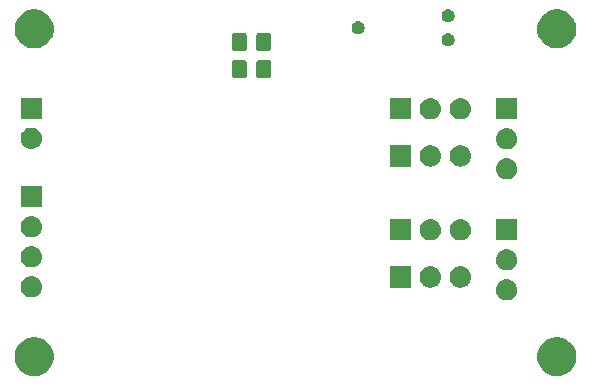
<source format=gbs>
G04 #@! TF.GenerationSoftware,KiCad,Pcbnew,5.0.1+dfsg1-3*
G04 #@! TF.CreationDate,2019-03-17T20:51:20-04:00*
G04 #@! TF.ProjectId,controller,636F6E74726F6C6C65722E6B69636164,rev?*
G04 #@! TF.SameCoordinates,Original*
G04 #@! TF.FileFunction,Soldermask,Bot*
G04 #@! TF.FilePolarity,Negative*
%FSLAX46Y46*%
G04 Gerber Fmt 4.6, Leading zero omitted, Abs format (unit mm)*
G04 Created by KiCad (PCBNEW 5.0.1+dfsg1-3) date Sun 17 Mar 2019 08:51:20 PM EDT*
%MOMM*%
%LPD*%
G01*
G04 APERTURE LIST*
%ADD10C,0.100000*%
G04 APERTURE END LIST*
D10*
G36*
X133125256Y-120641298D02*
X133231579Y-120662447D01*
X133532042Y-120786903D01*
X133798852Y-120965180D01*
X133802454Y-120967587D01*
X134032413Y-121197546D01*
X134213098Y-121467960D01*
X134337553Y-121768422D01*
X134401000Y-122087389D01*
X134401000Y-122412611D01*
X134337553Y-122731578D01*
X134213098Y-123032040D01*
X134032413Y-123302454D01*
X133802454Y-123532413D01*
X133802451Y-123532415D01*
X133532042Y-123713097D01*
X133231579Y-123837553D01*
X133125256Y-123858702D01*
X132912611Y-123901000D01*
X132587389Y-123901000D01*
X132374744Y-123858702D01*
X132268421Y-123837553D01*
X131967958Y-123713097D01*
X131697549Y-123532415D01*
X131697546Y-123532413D01*
X131467587Y-123302454D01*
X131286902Y-123032040D01*
X131162447Y-122731578D01*
X131099000Y-122412611D01*
X131099000Y-122087389D01*
X131162447Y-121768422D01*
X131286902Y-121467960D01*
X131467587Y-121197546D01*
X131697546Y-120967587D01*
X131701148Y-120965180D01*
X131967958Y-120786903D01*
X132268421Y-120662447D01*
X132374744Y-120641298D01*
X132587389Y-120599000D01*
X132912611Y-120599000D01*
X133125256Y-120641298D01*
X133125256Y-120641298D01*
G37*
G36*
X88875256Y-120641298D02*
X88981579Y-120662447D01*
X89282042Y-120786903D01*
X89548852Y-120965180D01*
X89552454Y-120967587D01*
X89782413Y-121197546D01*
X89963098Y-121467960D01*
X90087553Y-121768422D01*
X90151000Y-122087389D01*
X90151000Y-122412611D01*
X90087553Y-122731578D01*
X89963098Y-123032040D01*
X89782413Y-123302454D01*
X89552454Y-123532413D01*
X89552451Y-123532415D01*
X89282042Y-123713097D01*
X88981579Y-123837553D01*
X88875256Y-123858702D01*
X88662611Y-123901000D01*
X88337389Y-123901000D01*
X88124744Y-123858702D01*
X88018421Y-123837553D01*
X87717958Y-123713097D01*
X87447549Y-123532415D01*
X87447546Y-123532413D01*
X87217587Y-123302454D01*
X87036902Y-123032040D01*
X86912447Y-122731578D01*
X86849000Y-122412611D01*
X86849000Y-122087389D01*
X86912447Y-121768422D01*
X87036902Y-121467960D01*
X87217587Y-121197546D01*
X87447546Y-120967587D01*
X87451148Y-120965180D01*
X87717958Y-120786903D01*
X88018421Y-120662447D01*
X88124744Y-120641298D01*
X88337389Y-120599000D01*
X88662611Y-120599000D01*
X88875256Y-120641298D01*
X88875256Y-120641298D01*
G37*
G36*
X128610443Y-115685519D02*
X128676627Y-115692037D01*
X128789853Y-115726384D01*
X128846467Y-115743557D01*
X128985087Y-115817652D01*
X129002991Y-115827222D01*
X129026441Y-115846467D01*
X129140186Y-115939814D01*
X129192033Y-116002991D01*
X129252778Y-116077009D01*
X129252779Y-116077011D01*
X129336443Y-116233533D01*
X129336443Y-116233534D01*
X129387963Y-116403373D01*
X129405359Y-116580000D01*
X129387963Y-116756627D01*
X129364799Y-116832989D01*
X129336443Y-116926467D01*
X129313075Y-116970185D01*
X129252778Y-117082991D01*
X129223448Y-117118729D01*
X129140186Y-117220186D01*
X129038729Y-117303448D01*
X129002991Y-117332778D01*
X129002989Y-117332779D01*
X128846467Y-117416443D01*
X128789853Y-117433616D01*
X128676627Y-117467963D01*
X128610442Y-117474482D01*
X128544260Y-117481000D01*
X128455740Y-117481000D01*
X128389558Y-117474482D01*
X128323373Y-117467963D01*
X128210147Y-117433616D01*
X128153533Y-117416443D01*
X127997011Y-117332779D01*
X127997009Y-117332778D01*
X127961271Y-117303448D01*
X127859814Y-117220186D01*
X127776552Y-117118729D01*
X127747222Y-117082991D01*
X127686925Y-116970185D01*
X127663557Y-116926467D01*
X127635201Y-116832989D01*
X127612037Y-116756627D01*
X127594641Y-116580000D01*
X127612037Y-116403373D01*
X127663557Y-116233534D01*
X127663557Y-116233533D01*
X127747221Y-116077011D01*
X127747222Y-116077009D01*
X127807967Y-116002991D01*
X127859814Y-115939814D01*
X127973559Y-115846467D01*
X127997009Y-115827222D01*
X128014913Y-115817652D01*
X128153533Y-115743557D01*
X128210147Y-115726384D01*
X128323373Y-115692037D01*
X128389557Y-115685519D01*
X128455740Y-115679000D01*
X128544260Y-115679000D01*
X128610443Y-115685519D01*
X128610443Y-115685519D01*
G37*
G36*
X88360442Y-115435518D02*
X88426627Y-115442037D01*
X88539853Y-115476384D01*
X88596467Y-115493557D01*
X88735087Y-115567652D01*
X88752991Y-115577222D01*
X88788729Y-115606552D01*
X88890186Y-115689814D01*
X88973448Y-115791271D01*
X89002778Y-115827009D01*
X89002779Y-115827011D01*
X89086443Y-115983533D01*
X89086443Y-115983534D01*
X89137963Y-116153373D01*
X89155359Y-116330000D01*
X89137963Y-116506627D01*
X89103616Y-116619853D01*
X89086443Y-116676467D01*
X89043597Y-116756625D01*
X89002778Y-116832991D01*
X88973448Y-116868729D01*
X88890186Y-116970186D01*
X88788729Y-117053448D01*
X88752991Y-117082778D01*
X88735087Y-117092348D01*
X88596467Y-117166443D01*
X88539853Y-117183616D01*
X88426627Y-117217963D01*
X88360443Y-117224481D01*
X88294260Y-117231000D01*
X88205740Y-117231000D01*
X88139557Y-117224481D01*
X88073373Y-117217963D01*
X87960147Y-117183616D01*
X87903533Y-117166443D01*
X87764913Y-117092348D01*
X87747009Y-117082778D01*
X87711271Y-117053448D01*
X87609814Y-116970186D01*
X87526552Y-116868729D01*
X87497222Y-116832991D01*
X87456403Y-116756625D01*
X87413557Y-116676467D01*
X87396384Y-116619853D01*
X87362037Y-116506627D01*
X87344641Y-116330000D01*
X87362037Y-116153373D01*
X87413557Y-115983534D01*
X87413557Y-115983533D01*
X87497221Y-115827011D01*
X87497222Y-115827009D01*
X87526552Y-115791271D01*
X87609814Y-115689814D01*
X87711271Y-115606552D01*
X87747009Y-115577222D01*
X87764913Y-115567652D01*
X87903533Y-115493557D01*
X87960147Y-115476384D01*
X88073373Y-115442037D01*
X88139558Y-115435518D01*
X88205740Y-115429000D01*
X88294260Y-115429000D01*
X88360442Y-115435518D01*
X88360442Y-115435518D01*
G37*
G36*
X120401000Y-116401000D02*
X118599000Y-116401000D01*
X118599000Y-114599000D01*
X120401000Y-114599000D01*
X120401000Y-116401000D01*
X120401000Y-116401000D01*
G37*
G36*
X124690443Y-114605519D02*
X124756627Y-114612037D01*
X124869853Y-114646384D01*
X124926467Y-114663557D01*
X124977808Y-114691000D01*
X125082991Y-114747222D01*
X125118729Y-114776552D01*
X125220186Y-114859814D01*
X125303448Y-114961271D01*
X125332778Y-114997009D01*
X125332779Y-114997011D01*
X125416443Y-115153533D01*
X125416443Y-115153534D01*
X125467963Y-115323373D01*
X125485359Y-115500000D01*
X125467963Y-115676627D01*
X125463962Y-115689815D01*
X125416443Y-115846467D01*
X125366547Y-115939814D01*
X125332778Y-116002991D01*
X125303448Y-116038729D01*
X125220186Y-116140186D01*
X125118729Y-116223448D01*
X125082991Y-116252778D01*
X125082989Y-116252779D01*
X124926467Y-116336443D01*
X124869853Y-116353616D01*
X124756627Y-116387963D01*
X124690443Y-116394481D01*
X124624260Y-116401000D01*
X124535740Y-116401000D01*
X124469557Y-116394481D01*
X124403373Y-116387963D01*
X124290147Y-116353616D01*
X124233533Y-116336443D01*
X124077011Y-116252779D01*
X124077009Y-116252778D01*
X124041271Y-116223448D01*
X123939814Y-116140186D01*
X123856552Y-116038729D01*
X123827222Y-116002991D01*
X123793453Y-115939814D01*
X123743557Y-115846467D01*
X123696038Y-115689815D01*
X123692037Y-115676627D01*
X123674641Y-115500000D01*
X123692037Y-115323373D01*
X123743557Y-115153534D01*
X123743557Y-115153533D01*
X123827221Y-114997011D01*
X123827222Y-114997009D01*
X123856552Y-114961271D01*
X123939814Y-114859814D01*
X124041271Y-114776552D01*
X124077009Y-114747222D01*
X124182192Y-114691000D01*
X124233533Y-114663557D01*
X124290147Y-114646384D01*
X124403373Y-114612037D01*
X124469557Y-114605519D01*
X124535740Y-114599000D01*
X124624260Y-114599000D01*
X124690443Y-114605519D01*
X124690443Y-114605519D01*
G37*
G36*
X122150443Y-114605519D02*
X122216627Y-114612037D01*
X122329853Y-114646384D01*
X122386467Y-114663557D01*
X122437808Y-114691000D01*
X122542991Y-114747222D01*
X122578729Y-114776552D01*
X122680186Y-114859814D01*
X122763448Y-114961271D01*
X122792778Y-114997009D01*
X122792779Y-114997011D01*
X122876443Y-115153533D01*
X122876443Y-115153534D01*
X122927963Y-115323373D01*
X122945359Y-115500000D01*
X122927963Y-115676627D01*
X122923962Y-115689815D01*
X122876443Y-115846467D01*
X122826547Y-115939814D01*
X122792778Y-116002991D01*
X122763448Y-116038729D01*
X122680186Y-116140186D01*
X122578729Y-116223448D01*
X122542991Y-116252778D01*
X122542989Y-116252779D01*
X122386467Y-116336443D01*
X122329853Y-116353616D01*
X122216627Y-116387963D01*
X122150443Y-116394481D01*
X122084260Y-116401000D01*
X121995740Y-116401000D01*
X121929557Y-116394481D01*
X121863373Y-116387963D01*
X121750147Y-116353616D01*
X121693533Y-116336443D01*
X121537011Y-116252779D01*
X121537009Y-116252778D01*
X121501271Y-116223448D01*
X121399814Y-116140186D01*
X121316552Y-116038729D01*
X121287222Y-116002991D01*
X121253453Y-115939814D01*
X121203557Y-115846467D01*
X121156038Y-115689815D01*
X121152037Y-115676627D01*
X121134641Y-115500000D01*
X121152037Y-115323373D01*
X121203557Y-115153534D01*
X121203557Y-115153533D01*
X121287221Y-114997011D01*
X121287222Y-114997009D01*
X121316552Y-114961271D01*
X121399814Y-114859814D01*
X121501271Y-114776552D01*
X121537009Y-114747222D01*
X121642192Y-114691000D01*
X121693533Y-114663557D01*
X121750147Y-114646384D01*
X121863373Y-114612037D01*
X121929557Y-114605519D01*
X121995740Y-114599000D01*
X122084260Y-114599000D01*
X122150443Y-114605519D01*
X122150443Y-114605519D01*
G37*
G36*
X128610442Y-113145518D02*
X128676627Y-113152037D01*
X128789853Y-113186384D01*
X128846467Y-113203557D01*
X128985087Y-113277652D01*
X129002991Y-113287222D01*
X129038729Y-113316552D01*
X129140186Y-113399814D01*
X129223448Y-113501271D01*
X129252778Y-113537009D01*
X129252779Y-113537011D01*
X129336443Y-113693533D01*
X129336443Y-113693534D01*
X129387963Y-113863373D01*
X129405359Y-114040000D01*
X129387963Y-114216627D01*
X129364799Y-114292989D01*
X129336443Y-114386467D01*
X129313075Y-114430185D01*
X129252778Y-114542991D01*
X129223448Y-114578729D01*
X129140186Y-114680186D01*
X129058502Y-114747221D01*
X129002991Y-114792778D01*
X129002989Y-114792779D01*
X128846467Y-114876443D01*
X128789853Y-114893616D01*
X128676627Y-114927963D01*
X128610443Y-114934481D01*
X128544260Y-114941000D01*
X128455740Y-114941000D01*
X128389557Y-114934481D01*
X128323373Y-114927963D01*
X128210147Y-114893616D01*
X128153533Y-114876443D01*
X127997011Y-114792779D01*
X127997009Y-114792778D01*
X127941498Y-114747221D01*
X127859814Y-114680186D01*
X127776552Y-114578729D01*
X127747222Y-114542991D01*
X127686925Y-114430185D01*
X127663557Y-114386467D01*
X127635201Y-114292989D01*
X127612037Y-114216627D01*
X127594641Y-114040000D01*
X127612037Y-113863373D01*
X127663557Y-113693534D01*
X127663557Y-113693533D01*
X127747221Y-113537011D01*
X127747222Y-113537009D01*
X127776552Y-113501271D01*
X127859814Y-113399814D01*
X127961271Y-113316552D01*
X127997009Y-113287222D01*
X128014913Y-113277652D01*
X128153533Y-113203557D01*
X128210147Y-113186384D01*
X128323373Y-113152037D01*
X128389558Y-113145518D01*
X128455740Y-113139000D01*
X128544260Y-113139000D01*
X128610442Y-113145518D01*
X128610442Y-113145518D01*
G37*
G36*
X88360442Y-112895518D02*
X88426627Y-112902037D01*
X88539853Y-112936384D01*
X88596467Y-112953557D01*
X88735087Y-113027652D01*
X88752991Y-113037222D01*
X88788729Y-113066552D01*
X88890186Y-113149814D01*
X88973448Y-113251271D01*
X89002778Y-113287009D01*
X89002779Y-113287011D01*
X89086443Y-113443533D01*
X89086443Y-113443534D01*
X89137963Y-113613373D01*
X89155359Y-113790000D01*
X89137963Y-113966627D01*
X89103616Y-114079853D01*
X89086443Y-114136467D01*
X89043597Y-114216625D01*
X89002778Y-114292991D01*
X88973448Y-114328729D01*
X88890186Y-114430186D01*
X88788729Y-114513448D01*
X88752991Y-114542778D01*
X88735087Y-114552348D01*
X88596467Y-114626443D01*
X88539853Y-114643616D01*
X88426627Y-114677963D01*
X88360442Y-114684482D01*
X88294260Y-114691000D01*
X88205740Y-114691000D01*
X88139558Y-114684482D01*
X88073373Y-114677963D01*
X87960147Y-114643616D01*
X87903533Y-114626443D01*
X87764913Y-114552348D01*
X87747009Y-114542778D01*
X87711271Y-114513448D01*
X87609814Y-114430186D01*
X87526552Y-114328729D01*
X87497222Y-114292991D01*
X87456403Y-114216625D01*
X87413557Y-114136467D01*
X87396384Y-114079853D01*
X87362037Y-113966627D01*
X87344641Y-113790000D01*
X87362037Y-113613373D01*
X87413557Y-113443534D01*
X87413557Y-113443533D01*
X87497221Y-113287011D01*
X87497222Y-113287009D01*
X87526552Y-113251271D01*
X87609814Y-113149814D01*
X87711271Y-113066552D01*
X87747009Y-113037222D01*
X87764913Y-113027652D01*
X87903533Y-112953557D01*
X87960147Y-112936384D01*
X88073373Y-112902037D01*
X88139558Y-112895518D01*
X88205740Y-112889000D01*
X88294260Y-112889000D01*
X88360442Y-112895518D01*
X88360442Y-112895518D01*
G37*
G36*
X120401000Y-112401000D02*
X118599000Y-112401000D01*
X118599000Y-110599000D01*
X120401000Y-110599000D01*
X120401000Y-112401000D01*
X120401000Y-112401000D01*
G37*
G36*
X129401000Y-112401000D02*
X127599000Y-112401000D01*
X127599000Y-110599000D01*
X129401000Y-110599000D01*
X129401000Y-112401000D01*
X129401000Y-112401000D01*
G37*
G36*
X124690443Y-110605519D02*
X124756627Y-110612037D01*
X124869853Y-110646384D01*
X124926467Y-110663557D01*
X125065087Y-110737652D01*
X125082991Y-110747222D01*
X125118729Y-110776552D01*
X125220186Y-110859814D01*
X125303448Y-110961271D01*
X125332778Y-110997009D01*
X125332779Y-110997011D01*
X125416443Y-111153533D01*
X125416443Y-111153534D01*
X125467963Y-111323373D01*
X125485359Y-111500000D01*
X125467963Y-111676627D01*
X125444799Y-111752989D01*
X125416443Y-111846467D01*
X125393075Y-111890185D01*
X125332778Y-112002991D01*
X125303448Y-112038729D01*
X125220186Y-112140186D01*
X125118729Y-112223448D01*
X125082991Y-112252778D01*
X125082989Y-112252779D01*
X124926467Y-112336443D01*
X124869853Y-112353616D01*
X124756627Y-112387963D01*
X124690443Y-112394481D01*
X124624260Y-112401000D01*
X124535740Y-112401000D01*
X124469557Y-112394481D01*
X124403373Y-112387963D01*
X124290147Y-112353616D01*
X124233533Y-112336443D01*
X124077011Y-112252779D01*
X124077009Y-112252778D01*
X124041271Y-112223448D01*
X123939814Y-112140186D01*
X123856552Y-112038729D01*
X123827222Y-112002991D01*
X123766925Y-111890185D01*
X123743557Y-111846467D01*
X123715201Y-111752989D01*
X123692037Y-111676627D01*
X123674641Y-111500000D01*
X123692037Y-111323373D01*
X123743557Y-111153534D01*
X123743557Y-111153533D01*
X123827221Y-110997011D01*
X123827222Y-110997009D01*
X123856552Y-110961271D01*
X123939814Y-110859814D01*
X124041271Y-110776552D01*
X124077009Y-110747222D01*
X124094913Y-110737652D01*
X124233533Y-110663557D01*
X124290147Y-110646384D01*
X124403373Y-110612037D01*
X124469557Y-110605519D01*
X124535740Y-110599000D01*
X124624260Y-110599000D01*
X124690443Y-110605519D01*
X124690443Y-110605519D01*
G37*
G36*
X122150443Y-110605519D02*
X122216627Y-110612037D01*
X122329853Y-110646384D01*
X122386467Y-110663557D01*
X122525087Y-110737652D01*
X122542991Y-110747222D01*
X122578729Y-110776552D01*
X122680186Y-110859814D01*
X122763448Y-110961271D01*
X122792778Y-110997009D01*
X122792779Y-110997011D01*
X122876443Y-111153533D01*
X122876443Y-111153534D01*
X122927963Y-111323373D01*
X122945359Y-111500000D01*
X122927963Y-111676627D01*
X122904799Y-111752989D01*
X122876443Y-111846467D01*
X122853075Y-111890185D01*
X122792778Y-112002991D01*
X122763448Y-112038729D01*
X122680186Y-112140186D01*
X122578729Y-112223448D01*
X122542991Y-112252778D01*
X122542989Y-112252779D01*
X122386467Y-112336443D01*
X122329853Y-112353616D01*
X122216627Y-112387963D01*
X122150443Y-112394481D01*
X122084260Y-112401000D01*
X121995740Y-112401000D01*
X121929557Y-112394481D01*
X121863373Y-112387963D01*
X121750147Y-112353616D01*
X121693533Y-112336443D01*
X121537011Y-112252779D01*
X121537009Y-112252778D01*
X121501271Y-112223448D01*
X121399814Y-112140186D01*
X121316552Y-112038729D01*
X121287222Y-112002991D01*
X121226925Y-111890185D01*
X121203557Y-111846467D01*
X121175201Y-111752989D01*
X121152037Y-111676627D01*
X121134641Y-111500000D01*
X121152037Y-111323373D01*
X121203557Y-111153534D01*
X121203557Y-111153533D01*
X121287221Y-110997011D01*
X121287222Y-110997009D01*
X121316552Y-110961271D01*
X121399814Y-110859814D01*
X121501271Y-110776552D01*
X121537009Y-110747222D01*
X121554913Y-110737652D01*
X121693533Y-110663557D01*
X121750147Y-110646384D01*
X121863373Y-110612037D01*
X121929557Y-110605519D01*
X121995740Y-110599000D01*
X122084260Y-110599000D01*
X122150443Y-110605519D01*
X122150443Y-110605519D01*
G37*
G36*
X88360443Y-110355519D02*
X88426627Y-110362037D01*
X88539853Y-110396384D01*
X88596467Y-110413557D01*
X88735087Y-110487652D01*
X88752991Y-110497222D01*
X88788729Y-110526552D01*
X88890186Y-110609814D01*
X88973448Y-110711271D01*
X89002778Y-110747009D01*
X89002779Y-110747011D01*
X89086443Y-110903533D01*
X89086443Y-110903534D01*
X89137963Y-111073373D01*
X89155359Y-111250000D01*
X89137963Y-111426627D01*
X89103616Y-111539853D01*
X89086443Y-111596467D01*
X89043597Y-111676625D01*
X89002778Y-111752991D01*
X88973448Y-111788729D01*
X88890186Y-111890186D01*
X88788729Y-111973448D01*
X88752991Y-112002778D01*
X88735087Y-112012348D01*
X88596467Y-112086443D01*
X88539853Y-112103616D01*
X88426627Y-112137963D01*
X88360442Y-112144482D01*
X88294260Y-112151000D01*
X88205740Y-112151000D01*
X88139558Y-112144482D01*
X88073373Y-112137963D01*
X87960147Y-112103616D01*
X87903533Y-112086443D01*
X87764913Y-112012348D01*
X87747009Y-112002778D01*
X87711271Y-111973448D01*
X87609814Y-111890186D01*
X87526552Y-111788729D01*
X87497222Y-111752991D01*
X87456403Y-111676625D01*
X87413557Y-111596467D01*
X87396384Y-111539853D01*
X87362037Y-111426627D01*
X87344641Y-111250000D01*
X87362037Y-111073373D01*
X87413557Y-110903534D01*
X87413557Y-110903533D01*
X87497221Y-110747011D01*
X87497222Y-110747009D01*
X87526552Y-110711271D01*
X87609814Y-110609814D01*
X87711271Y-110526552D01*
X87747009Y-110497222D01*
X87764913Y-110487652D01*
X87903533Y-110413557D01*
X87960147Y-110396384D01*
X88073373Y-110362037D01*
X88139557Y-110355519D01*
X88205740Y-110349000D01*
X88294260Y-110349000D01*
X88360443Y-110355519D01*
X88360443Y-110355519D01*
G37*
G36*
X89151000Y-109611000D02*
X87349000Y-109611000D01*
X87349000Y-107809000D01*
X89151000Y-107809000D01*
X89151000Y-109611000D01*
X89151000Y-109611000D01*
G37*
G36*
X128610443Y-105435519D02*
X128676627Y-105442037D01*
X128789853Y-105476384D01*
X128846467Y-105493557D01*
X128985087Y-105567652D01*
X129002991Y-105577222D01*
X129026441Y-105596467D01*
X129140186Y-105689814D01*
X129192033Y-105752991D01*
X129252778Y-105827009D01*
X129252779Y-105827011D01*
X129336443Y-105983533D01*
X129336443Y-105983534D01*
X129387963Y-106153373D01*
X129405359Y-106330000D01*
X129387963Y-106506627D01*
X129353616Y-106619853D01*
X129336443Y-106676467D01*
X129262348Y-106815087D01*
X129252778Y-106832991D01*
X129223448Y-106868729D01*
X129140186Y-106970186D01*
X129038729Y-107053448D01*
X129002991Y-107082778D01*
X129002989Y-107082779D01*
X128846467Y-107166443D01*
X128789853Y-107183616D01*
X128676627Y-107217963D01*
X128610443Y-107224481D01*
X128544260Y-107231000D01*
X128455740Y-107231000D01*
X128389557Y-107224481D01*
X128323373Y-107217963D01*
X128210147Y-107183616D01*
X128153533Y-107166443D01*
X127997011Y-107082779D01*
X127997009Y-107082778D01*
X127961271Y-107053448D01*
X127859814Y-106970186D01*
X127776552Y-106868729D01*
X127747222Y-106832991D01*
X127737652Y-106815087D01*
X127663557Y-106676467D01*
X127646384Y-106619853D01*
X127612037Y-106506627D01*
X127594641Y-106330000D01*
X127612037Y-106153373D01*
X127663557Y-105983534D01*
X127663557Y-105983533D01*
X127747221Y-105827011D01*
X127747222Y-105827009D01*
X127807967Y-105752991D01*
X127859814Y-105689814D01*
X127973559Y-105596467D01*
X127997009Y-105577222D01*
X128014913Y-105567652D01*
X128153533Y-105493557D01*
X128210147Y-105476384D01*
X128323373Y-105442037D01*
X128389558Y-105435518D01*
X128455740Y-105429000D01*
X128544260Y-105429000D01*
X128610443Y-105435519D01*
X128610443Y-105435519D01*
G37*
G36*
X120401000Y-106151000D02*
X118599000Y-106151000D01*
X118599000Y-104349000D01*
X120401000Y-104349000D01*
X120401000Y-106151000D01*
X120401000Y-106151000D01*
G37*
G36*
X122150443Y-104355519D02*
X122216627Y-104362037D01*
X122309422Y-104390186D01*
X122386467Y-104413557D01*
X122525087Y-104487652D01*
X122542991Y-104497222D01*
X122549762Y-104502779D01*
X122680186Y-104609814D01*
X122763448Y-104711271D01*
X122792778Y-104747009D01*
X122792779Y-104747011D01*
X122876443Y-104903533D01*
X122876443Y-104903534D01*
X122927963Y-105073373D01*
X122945359Y-105250000D01*
X122927963Y-105426627D01*
X122927243Y-105429000D01*
X122876443Y-105596467D01*
X122826547Y-105689814D01*
X122792778Y-105752991D01*
X122763448Y-105788729D01*
X122680186Y-105890186D01*
X122578729Y-105973448D01*
X122542991Y-106002778D01*
X122542989Y-106002779D01*
X122386467Y-106086443D01*
X122329853Y-106103616D01*
X122216627Y-106137963D01*
X122150443Y-106144481D01*
X122084260Y-106151000D01*
X121995740Y-106151000D01*
X121929557Y-106144481D01*
X121863373Y-106137963D01*
X121750147Y-106103616D01*
X121693533Y-106086443D01*
X121537011Y-106002779D01*
X121537009Y-106002778D01*
X121501271Y-105973448D01*
X121399814Y-105890186D01*
X121316552Y-105788729D01*
X121287222Y-105752991D01*
X121253453Y-105689814D01*
X121203557Y-105596467D01*
X121152757Y-105429000D01*
X121152037Y-105426627D01*
X121134641Y-105250000D01*
X121152037Y-105073373D01*
X121203557Y-104903534D01*
X121203557Y-104903533D01*
X121287221Y-104747011D01*
X121287222Y-104747009D01*
X121316552Y-104711271D01*
X121399814Y-104609814D01*
X121530238Y-104502779D01*
X121537009Y-104497222D01*
X121554913Y-104487652D01*
X121693533Y-104413557D01*
X121770578Y-104390186D01*
X121863373Y-104362037D01*
X121929557Y-104355519D01*
X121995740Y-104349000D01*
X122084260Y-104349000D01*
X122150443Y-104355519D01*
X122150443Y-104355519D01*
G37*
G36*
X124690443Y-104355519D02*
X124756627Y-104362037D01*
X124849422Y-104390186D01*
X124926467Y-104413557D01*
X125065087Y-104487652D01*
X125082991Y-104497222D01*
X125089762Y-104502779D01*
X125220186Y-104609814D01*
X125303448Y-104711271D01*
X125332778Y-104747009D01*
X125332779Y-104747011D01*
X125416443Y-104903533D01*
X125416443Y-104903534D01*
X125467963Y-105073373D01*
X125485359Y-105250000D01*
X125467963Y-105426627D01*
X125467243Y-105429000D01*
X125416443Y-105596467D01*
X125366547Y-105689814D01*
X125332778Y-105752991D01*
X125303448Y-105788729D01*
X125220186Y-105890186D01*
X125118729Y-105973448D01*
X125082991Y-106002778D01*
X125082989Y-106002779D01*
X124926467Y-106086443D01*
X124869853Y-106103616D01*
X124756627Y-106137963D01*
X124690443Y-106144481D01*
X124624260Y-106151000D01*
X124535740Y-106151000D01*
X124469557Y-106144481D01*
X124403373Y-106137963D01*
X124290147Y-106103616D01*
X124233533Y-106086443D01*
X124077011Y-106002779D01*
X124077009Y-106002778D01*
X124041271Y-105973448D01*
X123939814Y-105890186D01*
X123856552Y-105788729D01*
X123827222Y-105752991D01*
X123793453Y-105689814D01*
X123743557Y-105596467D01*
X123692757Y-105429000D01*
X123692037Y-105426627D01*
X123674641Y-105250000D01*
X123692037Y-105073373D01*
X123743557Y-104903534D01*
X123743557Y-104903533D01*
X123827221Y-104747011D01*
X123827222Y-104747009D01*
X123856552Y-104711271D01*
X123939814Y-104609814D01*
X124070238Y-104502779D01*
X124077009Y-104497222D01*
X124094913Y-104487652D01*
X124233533Y-104413557D01*
X124310578Y-104390186D01*
X124403373Y-104362037D01*
X124469557Y-104355519D01*
X124535740Y-104349000D01*
X124624260Y-104349000D01*
X124690443Y-104355519D01*
X124690443Y-104355519D01*
G37*
G36*
X128610443Y-102895519D02*
X128676627Y-102902037D01*
X128789853Y-102936384D01*
X128846467Y-102953557D01*
X128928155Y-102997221D01*
X129002991Y-103037222D01*
X129038729Y-103066552D01*
X129140186Y-103149814D01*
X129219951Y-103247009D01*
X129252778Y-103287009D01*
X129252779Y-103287011D01*
X129336443Y-103443533D01*
X129336443Y-103443534D01*
X129387963Y-103613373D01*
X129405359Y-103790000D01*
X129387963Y-103966627D01*
X129353616Y-104079853D01*
X129336443Y-104136467D01*
X129274160Y-104252989D01*
X129252778Y-104292991D01*
X129223448Y-104328729D01*
X129140186Y-104430186D01*
X129058502Y-104497221D01*
X129002991Y-104542778D01*
X129002989Y-104542779D01*
X128846467Y-104626443D01*
X128808490Y-104637963D01*
X128676627Y-104677963D01*
X128610443Y-104684481D01*
X128544260Y-104691000D01*
X128455740Y-104691000D01*
X128389557Y-104684481D01*
X128323373Y-104677963D01*
X128191510Y-104637963D01*
X128153533Y-104626443D01*
X127997011Y-104542779D01*
X127997009Y-104542778D01*
X127941498Y-104497221D01*
X127859814Y-104430186D01*
X127776552Y-104328729D01*
X127747222Y-104292991D01*
X127725840Y-104252989D01*
X127663557Y-104136467D01*
X127646384Y-104079853D01*
X127612037Y-103966627D01*
X127594641Y-103790000D01*
X127612037Y-103613373D01*
X127663557Y-103443534D01*
X127663557Y-103443533D01*
X127747221Y-103287011D01*
X127747222Y-103287009D01*
X127780049Y-103247009D01*
X127859814Y-103149814D01*
X127961271Y-103066552D01*
X127997009Y-103037222D01*
X128071845Y-102997221D01*
X128153533Y-102953557D01*
X128210147Y-102936384D01*
X128323373Y-102902037D01*
X128389558Y-102895518D01*
X128455740Y-102889000D01*
X128544260Y-102889000D01*
X128610443Y-102895519D01*
X128610443Y-102895519D01*
G37*
G36*
X88360443Y-102855519D02*
X88426627Y-102862037D01*
X88515512Y-102889000D01*
X88596467Y-102913557D01*
X88735087Y-102987652D01*
X88752991Y-102997222D01*
X88788729Y-103026552D01*
X88890186Y-103109814D01*
X88973448Y-103211271D01*
X89002778Y-103247009D01*
X89002779Y-103247011D01*
X89086443Y-103403533D01*
X89086443Y-103403534D01*
X89137963Y-103573373D01*
X89155359Y-103750000D01*
X89137963Y-103926627D01*
X89125829Y-103966627D01*
X89086443Y-104096467D01*
X89065062Y-104136467D01*
X89002778Y-104252991D01*
X88973448Y-104288729D01*
X88890186Y-104390186D01*
X88788729Y-104473448D01*
X88752991Y-104502778D01*
X88752989Y-104502779D01*
X88596467Y-104586443D01*
X88539853Y-104603616D01*
X88426627Y-104637963D01*
X88360442Y-104644482D01*
X88294260Y-104651000D01*
X88205740Y-104651000D01*
X88139557Y-104644481D01*
X88073373Y-104637963D01*
X87960147Y-104603616D01*
X87903533Y-104586443D01*
X87747011Y-104502779D01*
X87747009Y-104502778D01*
X87711271Y-104473448D01*
X87609814Y-104390186D01*
X87526552Y-104288729D01*
X87497222Y-104252991D01*
X87434938Y-104136467D01*
X87413557Y-104096467D01*
X87374171Y-103966627D01*
X87362037Y-103926627D01*
X87344641Y-103750000D01*
X87362037Y-103573373D01*
X87413557Y-103403534D01*
X87413557Y-103403533D01*
X87497221Y-103247011D01*
X87497222Y-103247009D01*
X87526552Y-103211271D01*
X87609814Y-103109814D01*
X87711271Y-103026552D01*
X87747009Y-102997222D01*
X87764913Y-102987652D01*
X87903533Y-102913557D01*
X87984488Y-102889000D01*
X88073373Y-102862037D01*
X88139557Y-102855519D01*
X88205740Y-102849000D01*
X88294260Y-102849000D01*
X88360443Y-102855519D01*
X88360443Y-102855519D01*
G37*
G36*
X122150442Y-100355518D02*
X122216627Y-100362037D01*
X122329853Y-100396384D01*
X122386467Y-100413557D01*
X122525087Y-100487652D01*
X122542991Y-100497222D01*
X122578729Y-100526552D01*
X122680186Y-100609814D01*
X122763448Y-100711271D01*
X122792778Y-100747009D01*
X122792779Y-100747011D01*
X122876443Y-100903533D01*
X122876443Y-100903534D01*
X122927963Y-101073373D01*
X122945359Y-101250000D01*
X122927963Y-101426627D01*
X122893616Y-101539853D01*
X122876443Y-101596467D01*
X122802348Y-101735087D01*
X122792778Y-101752991D01*
X122763448Y-101788729D01*
X122680186Y-101890186D01*
X122578729Y-101973448D01*
X122542991Y-102002778D01*
X122542989Y-102002779D01*
X122386467Y-102086443D01*
X122329853Y-102103616D01*
X122216627Y-102137963D01*
X122150442Y-102144482D01*
X122084260Y-102151000D01*
X121995740Y-102151000D01*
X121929558Y-102144482D01*
X121863373Y-102137963D01*
X121750147Y-102103616D01*
X121693533Y-102086443D01*
X121537011Y-102002779D01*
X121537009Y-102002778D01*
X121501271Y-101973448D01*
X121399814Y-101890186D01*
X121316552Y-101788729D01*
X121287222Y-101752991D01*
X121277652Y-101735087D01*
X121203557Y-101596467D01*
X121186384Y-101539853D01*
X121152037Y-101426627D01*
X121134641Y-101250000D01*
X121152037Y-101073373D01*
X121203557Y-100903534D01*
X121203557Y-100903533D01*
X121287221Y-100747011D01*
X121287222Y-100747009D01*
X121316552Y-100711271D01*
X121399814Y-100609814D01*
X121501271Y-100526552D01*
X121537009Y-100497222D01*
X121554913Y-100487652D01*
X121693533Y-100413557D01*
X121750147Y-100396384D01*
X121863373Y-100362037D01*
X121929558Y-100355518D01*
X121995740Y-100349000D01*
X122084260Y-100349000D01*
X122150442Y-100355518D01*
X122150442Y-100355518D01*
G37*
G36*
X120401000Y-102151000D02*
X118599000Y-102151000D01*
X118599000Y-100349000D01*
X120401000Y-100349000D01*
X120401000Y-102151000D01*
X120401000Y-102151000D01*
G37*
G36*
X124690442Y-100355518D02*
X124756627Y-100362037D01*
X124869853Y-100396384D01*
X124926467Y-100413557D01*
X125065087Y-100487652D01*
X125082991Y-100497222D01*
X125118729Y-100526552D01*
X125220186Y-100609814D01*
X125303448Y-100711271D01*
X125332778Y-100747009D01*
X125332779Y-100747011D01*
X125416443Y-100903533D01*
X125416443Y-100903534D01*
X125467963Y-101073373D01*
X125485359Y-101250000D01*
X125467963Y-101426627D01*
X125433616Y-101539853D01*
X125416443Y-101596467D01*
X125342348Y-101735087D01*
X125332778Y-101752991D01*
X125303448Y-101788729D01*
X125220186Y-101890186D01*
X125118729Y-101973448D01*
X125082991Y-102002778D01*
X125082989Y-102002779D01*
X124926467Y-102086443D01*
X124869853Y-102103616D01*
X124756627Y-102137963D01*
X124690442Y-102144482D01*
X124624260Y-102151000D01*
X124535740Y-102151000D01*
X124469558Y-102144482D01*
X124403373Y-102137963D01*
X124290147Y-102103616D01*
X124233533Y-102086443D01*
X124077011Y-102002779D01*
X124077009Y-102002778D01*
X124041271Y-101973448D01*
X123939814Y-101890186D01*
X123856552Y-101788729D01*
X123827222Y-101752991D01*
X123817652Y-101735087D01*
X123743557Y-101596467D01*
X123726384Y-101539853D01*
X123692037Y-101426627D01*
X123674641Y-101250000D01*
X123692037Y-101073373D01*
X123743557Y-100903534D01*
X123743557Y-100903533D01*
X123827221Y-100747011D01*
X123827222Y-100747009D01*
X123856552Y-100711271D01*
X123939814Y-100609814D01*
X124041271Y-100526552D01*
X124077009Y-100497222D01*
X124094913Y-100487652D01*
X124233533Y-100413557D01*
X124290147Y-100396384D01*
X124403373Y-100362037D01*
X124469558Y-100355518D01*
X124535740Y-100349000D01*
X124624260Y-100349000D01*
X124690442Y-100355518D01*
X124690442Y-100355518D01*
G37*
G36*
X129401000Y-102151000D02*
X127599000Y-102151000D01*
X127599000Y-100349000D01*
X129401000Y-100349000D01*
X129401000Y-102151000D01*
X129401000Y-102151000D01*
G37*
G36*
X89151000Y-102111000D02*
X87349000Y-102111000D01*
X87349000Y-100309000D01*
X89151000Y-100309000D01*
X89151000Y-102111000D01*
X89151000Y-102111000D01*
G37*
G36*
X108388677Y-97153465D02*
X108426364Y-97164898D01*
X108461103Y-97183466D01*
X108491548Y-97208452D01*
X108516534Y-97238897D01*
X108535102Y-97273636D01*
X108546535Y-97311323D01*
X108551000Y-97356661D01*
X108551000Y-98443339D01*
X108546535Y-98488677D01*
X108535102Y-98526364D01*
X108516534Y-98561103D01*
X108491548Y-98591548D01*
X108461103Y-98616534D01*
X108426364Y-98635102D01*
X108388677Y-98646535D01*
X108343339Y-98651000D01*
X107506661Y-98651000D01*
X107461323Y-98646535D01*
X107423636Y-98635102D01*
X107388897Y-98616534D01*
X107358452Y-98591548D01*
X107333466Y-98561103D01*
X107314898Y-98526364D01*
X107303465Y-98488677D01*
X107299000Y-98443339D01*
X107299000Y-97356661D01*
X107303465Y-97311323D01*
X107314898Y-97273636D01*
X107333466Y-97238897D01*
X107358452Y-97208452D01*
X107388897Y-97183466D01*
X107423636Y-97164898D01*
X107461323Y-97153465D01*
X107506661Y-97149000D01*
X108343339Y-97149000D01*
X108388677Y-97153465D01*
X108388677Y-97153465D01*
G37*
G36*
X106338677Y-97153465D02*
X106376364Y-97164898D01*
X106411103Y-97183466D01*
X106441548Y-97208452D01*
X106466534Y-97238897D01*
X106485102Y-97273636D01*
X106496535Y-97311323D01*
X106501000Y-97356661D01*
X106501000Y-98443339D01*
X106496535Y-98488677D01*
X106485102Y-98526364D01*
X106466534Y-98561103D01*
X106441548Y-98591548D01*
X106411103Y-98616534D01*
X106376364Y-98635102D01*
X106338677Y-98646535D01*
X106293339Y-98651000D01*
X105456661Y-98651000D01*
X105411323Y-98646535D01*
X105373636Y-98635102D01*
X105338897Y-98616534D01*
X105308452Y-98591548D01*
X105283466Y-98561103D01*
X105264898Y-98526364D01*
X105253465Y-98488677D01*
X105249000Y-98443339D01*
X105249000Y-97356661D01*
X105253465Y-97311323D01*
X105264898Y-97273636D01*
X105283466Y-97238897D01*
X105308452Y-97208452D01*
X105338897Y-97183466D01*
X105373636Y-97164898D01*
X105411323Y-97153465D01*
X105456661Y-97149000D01*
X106293339Y-97149000D01*
X106338677Y-97153465D01*
X106338677Y-97153465D01*
G37*
G36*
X108388677Y-94853465D02*
X108426364Y-94864898D01*
X108461103Y-94883466D01*
X108491548Y-94908452D01*
X108516534Y-94938897D01*
X108535102Y-94973636D01*
X108546535Y-95011323D01*
X108551000Y-95056661D01*
X108551000Y-96143339D01*
X108546535Y-96188677D01*
X108535102Y-96226364D01*
X108516534Y-96261103D01*
X108491548Y-96291548D01*
X108461103Y-96316534D01*
X108426364Y-96335102D01*
X108388677Y-96346535D01*
X108343339Y-96351000D01*
X107506661Y-96351000D01*
X107461323Y-96346535D01*
X107423636Y-96335102D01*
X107388897Y-96316534D01*
X107358452Y-96291548D01*
X107333466Y-96261103D01*
X107314898Y-96226364D01*
X107303465Y-96188677D01*
X107299000Y-96143339D01*
X107299000Y-95056661D01*
X107303465Y-95011323D01*
X107314898Y-94973636D01*
X107333466Y-94938897D01*
X107358452Y-94908452D01*
X107388897Y-94883466D01*
X107423636Y-94864898D01*
X107461323Y-94853465D01*
X107506661Y-94849000D01*
X108343339Y-94849000D01*
X108388677Y-94853465D01*
X108388677Y-94853465D01*
G37*
G36*
X106338677Y-94853465D02*
X106376364Y-94864898D01*
X106411103Y-94883466D01*
X106441548Y-94908452D01*
X106466534Y-94938897D01*
X106485102Y-94973636D01*
X106496535Y-95011323D01*
X106501000Y-95056661D01*
X106501000Y-96143339D01*
X106496535Y-96188677D01*
X106485102Y-96226364D01*
X106466534Y-96261103D01*
X106441548Y-96291548D01*
X106411103Y-96316534D01*
X106376364Y-96335102D01*
X106338677Y-96346535D01*
X106293339Y-96351000D01*
X105456661Y-96351000D01*
X105411323Y-96346535D01*
X105373636Y-96335102D01*
X105338897Y-96316534D01*
X105308452Y-96291548D01*
X105283466Y-96261103D01*
X105264898Y-96226364D01*
X105253465Y-96188677D01*
X105249000Y-96143339D01*
X105249000Y-95056661D01*
X105253465Y-95011323D01*
X105264898Y-94973636D01*
X105283466Y-94938897D01*
X105308452Y-94908452D01*
X105338897Y-94883466D01*
X105373636Y-94864898D01*
X105411323Y-94853465D01*
X105456661Y-94849000D01*
X106293339Y-94849000D01*
X106338677Y-94853465D01*
X106338677Y-94853465D01*
G37*
G36*
X133087938Y-92883875D02*
X133231579Y-92912447D01*
X133444037Y-93000450D01*
X133490634Y-93019751D01*
X133532042Y-93036903D01*
X133789079Y-93208650D01*
X133802454Y-93217587D01*
X134032413Y-93447546D01*
X134032415Y-93447549D01*
X134213097Y-93717958D01*
X134313215Y-93959663D01*
X134337553Y-94018422D01*
X134401000Y-94337389D01*
X134401000Y-94662611D01*
X134387148Y-94732249D01*
X134337553Y-94981579D01*
X134306453Y-95056661D01*
X134213098Y-95282040D01*
X134032413Y-95552454D01*
X133802454Y-95782413D01*
X133802451Y-95782415D01*
X133532042Y-95963097D01*
X133231579Y-96087553D01*
X133125256Y-96108702D01*
X132912611Y-96151000D01*
X132587389Y-96151000D01*
X132374744Y-96108702D01*
X132268421Y-96087553D01*
X131967958Y-95963097D01*
X131697549Y-95782415D01*
X131697546Y-95782413D01*
X131467587Y-95552454D01*
X131286902Y-95282040D01*
X131193547Y-95056661D01*
X131162447Y-94981579D01*
X131112852Y-94732249D01*
X131099000Y-94662611D01*
X131099000Y-94337389D01*
X131162447Y-94018422D01*
X131186786Y-93959663D01*
X131286903Y-93717958D01*
X131467585Y-93447549D01*
X131467587Y-93447546D01*
X131697546Y-93217587D01*
X131710921Y-93208650D01*
X131967958Y-93036903D01*
X132009367Y-93019751D01*
X132055963Y-93000450D01*
X132268421Y-92912447D01*
X132412062Y-92883875D01*
X132587389Y-92849000D01*
X132912611Y-92849000D01*
X133087938Y-92883875D01*
X133087938Y-92883875D01*
G37*
G36*
X88837938Y-92883875D02*
X88981579Y-92912447D01*
X89194037Y-93000450D01*
X89240634Y-93019751D01*
X89282042Y-93036903D01*
X89539079Y-93208650D01*
X89552454Y-93217587D01*
X89782413Y-93447546D01*
X89782415Y-93447549D01*
X89963097Y-93717958D01*
X90063215Y-93959663D01*
X90087553Y-94018422D01*
X90151000Y-94337389D01*
X90151000Y-94662611D01*
X90137148Y-94732249D01*
X90087553Y-94981579D01*
X90056453Y-95056661D01*
X89963098Y-95282040D01*
X89782413Y-95552454D01*
X89552454Y-95782413D01*
X89552451Y-95782415D01*
X89282042Y-95963097D01*
X88981579Y-96087553D01*
X88875256Y-96108702D01*
X88662611Y-96151000D01*
X88337389Y-96151000D01*
X88124744Y-96108702D01*
X88018421Y-96087553D01*
X87717958Y-95963097D01*
X87447549Y-95782415D01*
X87447546Y-95782413D01*
X87217587Y-95552454D01*
X87036902Y-95282040D01*
X86943547Y-95056661D01*
X86912447Y-94981579D01*
X86862852Y-94732249D01*
X86849000Y-94662611D01*
X86849000Y-94337389D01*
X86912447Y-94018422D01*
X86936786Y-93959663D01*
X87036903Y-93717958D01*
X87217585Y-93447549D01*
X87217587Y-93447546D01*
X87447546Y-93217587D01*
X87460921Y-93208650D01*
X87717958Y-93036903D01*
X87759367Y-93019751D01*
X87805963Y-93000450D01*
X88018421Y-92912447D01*
X88162062Y-92883875D01*
X88337389Y-92849000D01*
X88662611Y-92849000D01*
X88837938Y-92883875D01*
X88837938Y-92883875D01*
G37*
G36*
X123709350Y-94874694D02*
X123808770Y-94915875D01*
X123898249Y-94975663D01*
X123974337Y-95051751D01*
X124034125Y-95141230D01*
X124075306Y-95240650D01*
X124096300Y-95346194D01*
X124096300Y-95453806D01*
X124075306Y-95559350D01*
X124034125Y-95658770D01*
X123974337Y-95748249D01*
X123898249Y-95824337D01*
X123898246Y-95824339D01*
X123808770Y-95884125D01*
X123709350Y-95925306D01*
X123603806Y-95946300D01*
X123496194Y-95946300D01*
X123390650Y-95925306D01*
X123291230Y-95884125D01*
X123201754Y-95824339D01*
X123201751Y-95824337D01*
X123125663Y-95748249D01*
X123065875Y-95658770D01*
X123024694Y-95559350D01*
X123003700Y-95453806D01*
X123003700Y-95346194D01*
X123024694Y-95240650D01*
X123065875Y-95141230D01*
X123125663Y-95051751D01*
X123201751Y-94975663D01*
X123291230Y-94915875D01*
X123390650Y-94874694D01*
X123496194Y-94853700D01*
X123603806Y-94853700D01*
X123709350Y-94874694D01*
X123709350Y-94874694D01*
G37*
G36*
X116089350Y-93858694D02*
X116188770Y-93899875D01*
X116278249Y-93959663D01*
X116354337Y-94035751D01*
X116414125Y-94125230D01*
X116455306Y-94224650D01*
X116476300Y-94330194D01*
X116476300Y-94437806D01*
X116455306Y-94543350D01*
X116414125Y-94642770D01*
X116354337Y-94732249D01*
X116278249Y-94808337D01*
X116278246Y-94808339D01*
X116188770Y-94868125D01*
X116089350Y-94909306D01*
X115983806Y-94930300D01*
X115876194Y-94930300D01*
X115770650Y-94909306D01*
X115671230Y-94868125D01*
X115581754Y-94808339D01*
X115581751Y-94808337D01*
X115505663Y-94732249D01*
X115445875Y-94642770D01*
X115404694Y-94543350D01*
X115383700Y-94437806D01*
X115383700Y-94330194D01*
X115404694Y-94224650D01*
X115445875Y-94125230D01*
X115505663Y-94035751D01*
X115581751Y-93959663D01*
X115671230Y-93899875D01*
X115770650Y-93858694D01*
X115876194Y-93837700D01*
X115983806Y-93837700D01*
X116089350Y-93858694D01*
X116089350Y-93858694D01*
G37*
G36*
X123709350Y-92842694D02*
X123808770Y-92883875D01*
X123898249Y-92943663D01*
X123974337Y-93019751D01*
X124034125Y-93109230D01*
X124075306Y-93208650D01*
X124096300Y-93314194D01*
X124096300Y-93421806D01*
X124075306Y-93527350D01*
X124034125Y-93626770D01*
X123974337Y-93716249D01*
X123898249Y-93792337D01*
X123898246Y-93792339D01*
X123808770Y-93852125D01*
X123709350Y-93893306D01*
X123603806Y-93914300D01*
X123496194Y-93914300D01*
X123390650Y-93893306D01*
X123291230Y-93852125D01*
X123201754Y-93792339D01*
X123201751Y-93792337D01*
X123125663Y-93716249D01*
X123065875Y-93626770D01*
X123024694Y-93527350D01*
X123003700Y-93421806D01*
X123003700Y-93314194D01*
X123024694Y-93208650D01*
X123065875Y-93109230D01*
X123125663Y-93019751D01*
X123201751Y-92943663D01*
X123291230Y-92883875D01*
X123390650Y-92842694D01*
X123496194Y-92821700D01*
X123603806Y-92821700D01*
X123709350Y-92842694D01*
X123709350Y-92842694D01*
G37*
M02*

</source>
